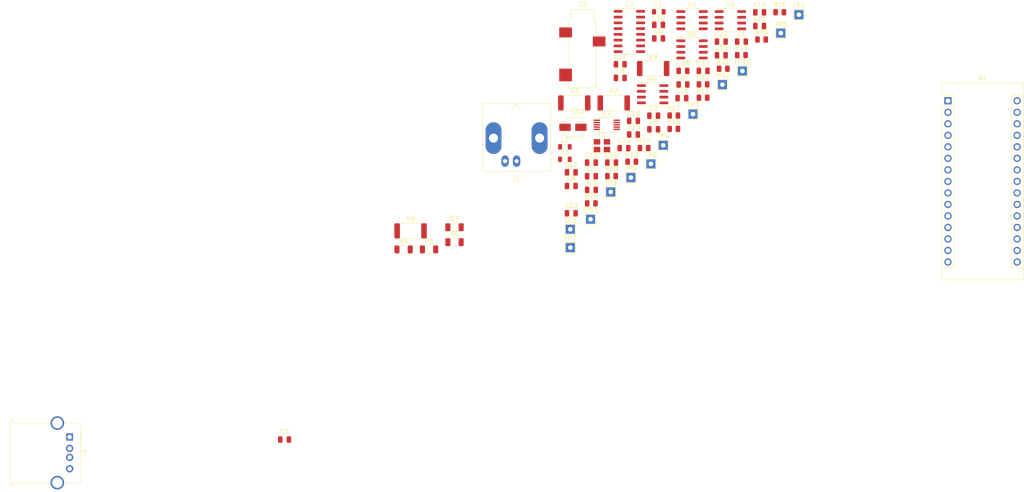
<source format=kicad_pcb>
(kicad_pcb (version 20211014) (generator pcbnew)
  (layers (0 "F.Cu" signal) (31 "B.Cu" signal) (34 "B.Paste" user) (35 "F.Paste" user) (36 "B.SilkS" user "B.Silkscreen") (37 "F.SilkS" user "F.Silkscreen") (38 "B.Mask" user) (39 "F.Mask" user) (44 "Edge.Cuts" user))
  (net 0 "")
  (net 4 "GND")
  (net 17 "+3V3")
  (net 23 "/SDA")
  (net 24 "/SCL")
  (net 27 "+5V")
  (net 30 "Net-(C1-Pad1)")
  (net 31 "Net-(C1-Pad2)")
  (net 32 "Net-(C2-Pad1)")
  (net 33 "Net-(C4-Pad2)")
  (net 34 "Filtered 5V")
  (net 35 "Net-(C9-Pad1)")
  (net 36 "Net-(C10-Pad2)")
  (net 37 "Net-(C11-Pad1)")
  (net 38 "Net-(C12-Pad2)")
  (net 39 "Net-(C16-Pad1)")
  (net 40 "Net-(C16-Pad2)")
  (net 41 "Net-(C17-Pad1)")
  (net 42 "Net-(C17-Pad2)")
  (net 43 "Net-(C19-Pad1)")
  (net 44 "Net-(C19-Pad2)")
  (net 45 "Net-(C20-Pad1)")
  (net 46 "Net-(C20-Pad2)")
  (net 47 "Net-(C22-Pad1)")
  (net 48 "Net-(C23-Pad2)")
  (net 49 "Net-(C26-Pad1)")
  (net 50 "Net-(C27-Pad1)")
  (net 54 "Net-(J3-PadR)")
  (net 55 "Net-(J3-PadT)")
  (net 56 "Net-(L3-Pad2)")
  (net 57 "Net-(R4-Pad2)")
  (net 58 "Net-(R6-Pad2)")
  (net 59 "Net-(R14-Pad1)")
  (net 60 "Net-(R15-Pad2)")
  (net 61 "Net-(U1-Pad2)")
  (net 62 "Net-(U1-Pad3)")
  (net 64 "Net-(U1-Pad9)")
  (net 65 "Net-(U1-Pad10)")
  (footprint "Capacitor_SMD:C_0805_2012Metric" (layer "F.Cu") (at 177.34 97.52)
    (fp_text reference "C17" (at 0 -1.68) (layer "F.SilkS"))
    (fp_text value "75p")
    (pad "1" smd roundrect (at -0.95 0) (size 1 1.45) (layers "F.Cu" "F.Paste" "F.Mask") (net 41 "Net-(C17-Pad1)"))
    (pad "2" smd roundrect (at 0.95 0) (size 1 1.45) (layers "F.Cu" "F.Paste" "F.Mask") (net 42 "Net-(C17-Pad2)"))
  )
  (footprint "Inductor_SMD:L_0805_2012Metric" (layer "F.Cu") (at 146.87 114.28)
    (fp_text reference "L2" (at 0 -1.55) (layer "F.SilkS"))
    (fp_text value "360n")
    (pad "1" smd roundrect (at -1.0625 0) (size 0.875 1.2) (layers "F.Cu" "F.Paste" "F.Mask") (net 32 "Net-(C2-Pad1)"))
    (pad "2" smd roundrect (at 1.0625 0) (size 0.875 1.2) (layers "F.Cu" "F.Paste" "F.Mask") (net 4 "GND"))
  )
  (footprint "TestPoint:TestPoint_THTPad_2.0x2.0mm_Drill1.0mm" (layer "F.Cu") (at 181.59 100.56)
    (fp_text reference "TP12" (at 0 -1.998) (layer "F.SilkS"))
    (fp_text value "TestPoint")
    (pad "1" thru_hole rect (at 0 0) (size 2 2) (drill 1) (layers *.Cu *.Mask) (net 50 "Net-(C27-Pad1)"))
  )
  (footprint "Resistor_SMD:R_0805_2012Metric" (layer "F.Cu") (at 181.77 97.06)
    (fp_text reference "R21" (at 0 -1.65) (layer "F.SilkS"))
    (fp_text value "100")
    (pad "1" smd roundrect (at -0.9125 0) (size 1.025 1.4) (layers "F.Cu" "F.Paste" "F.Mask") (roundrect_rratio 0.243902) (net 54 "Net-(J3-PadR)"))
    (pad "2" smd roundrect (at 0.9125 0) (size 1.025 1.4) (layers "F.Cu" "F.Paste" "F.Mask") (roundrect_rratio 0.243902) (net 50 "Net-(C27-Pad1)"))
  )
  (footprint "TestPoint:TestPoint_THTPad_2.0x2.0mm_Drill1.0mm" (layer "F.Cu") (at 175.1 107.07)
    (fp_text reference "TP2" (at 0 -1.998) (layer "F.SilkS"))
    (fp_text value "TestPoint")
    (pad "1" thru_hole rect (at 0 0) (size 2 2) (drill 1) (layers *.Cu *.Mask) (net 56 "Net-(L3-Pad2)"))
  )
  (footprint "TestPoint:TestPoint_THTPad_2.0x2.0mm_Drill1.0mm" (layer "F.Cu") (at 161.42 121.06)
    (fp_text reference "TP9" (at 0 -1.998) (layer "F.SilkS"))
    (fp_text value "TestPoint")
    (pad "1" thru_hole rect (at 0 0) (size 2 2) (drill 1) (layers *.Cu *.Mask) (net 43 "Net-(C19-Pad1)"))
  )
  (footprint "Module:Arduino_Nano" (layer "F.Cu") (at 231.29 104.13)
    (fp_text reference "A1" (at 7.62 -5.08) (layer "F.SilkS"))
    (fp_text value "Arduino_Nano_v3.x")
    (pad "1" thru_hole rect (at 0 0) (size 1.6 1.6) (drill 1) (layers *.Cu *.Mask))
    (pad "2" thru_hole oval (at 0 2.54) (size 1.6 1.6) (drill 1) (layers *.Cu *.Mask))
    (pad "3" thru_hole oval (at 0 5.08) (size 1.6 1.6) (drill 1) (layers *.Cu *.Mask))
    (pad "4" thru_hole oval (at 0 7.62) (size 1.6 1.6) (drill 1) (layers *.Cu *.Mask) (net 4 "GND"))
    (pad "5" thru_hole oval (at 0 10.16) (size 1.6 1.6) (drill 1) (layers *.Cu *.Mask))
    (pad "6" thru_hole oval (at 0 12.7) (size 1.6 1.6) (drill 1) (layers *.Cu *.Mask))
    (pad "7" thru_hole oval (at 0 15.24) (size 1.6 1.6) (drill 1) (layers *.Cu *.Mask))
    (pad "8" thru_hole oval (at 0 17.78) (size 1.6 1.6) (drill 1) (layers *.Cu *.Mask))
    (pad "9" thru_hole oval (at 0 20.32) (size 1.6 1.6) (drill 1) (layers *.Cu *.Mask))
    (pad "10" thru_hole oval (at 0 22.86) (size 1.6 1.6) (drill 1) (layers *.Cu *.Mask))
    (pad "11" thru_hole oval (at 0 25.4) (size 1.6 1.6) (drill 1) (layers *.Cu *.Mask))
    (pad "12" thru_hole oval (at 0 27.94) (size 1.6 1.6) (drill 1) (layers *.Cu *.Mask))
    (pad "13" thru_hole oval (at 0 30.48) (size 1.6 1.6) (drill 1) (layers *.Cu *.Mask))
    (pad "14" thru_hole oval (at 0 33.02) (size 1.6 1.6) (drill 1) (layers *.Cu *.Mask))
    (pad "15" thru_hole oval (at 0 35.56) (size 1.6 1.6) (drill 1) (layers *.Cu *.Mask))
    (pad "16" thru_hole oval (at 15.24 35.56) (size 1.6 1.6) (drill 1) (layers *.Cu *.Mask))
    (pad "17" thru_hole oval (at 15.24 33.02) (size 1.6 1.6) (drill 1) (layers *.Cu *.Mask) (net 17 "+3V3"))
    (pad "18" thru_hole oval (at 15.24 30.48) (size 1.6 1.6) (drill 1) (layers *.Cu *.Mask))
    (pad "19" thru_hole oval (at 15.24 27.94) (size 1.6 1.6) (drill 1) (layers *.Cu *.Mask))
    (pad "20" thru_hole oval (at 15.24 25.4) (size 1.6 1.6) (drill 1) (layers *.Cu *.Mask))
    (pad "21" thru_hole oval (at 15.24 22.86) (size 1.6 1.6) (drill 1) (layers *.Cu *.Mask))
    (pad "22" thru_hole oval (at 15.24 20.32) (size 1.6 1.6) (drill 1) (layers *.Cu *.Mask))
    (pad "23" thru_hole oval (at 15.24 17.78) (size 1.6 1.6) (drill 1) (layers *.Cu *.Mask) (net 23 "/SDA"))
    (pad "24" thru_hole oval (at 15.24 15.24) (size 1.6 1.6) (drill 1) (layers *.Cu *.Mask) (net 24 "/SCL"))
    (pad "25" thru_hole oval (at 15.24 12.7) (size 1.6 1.6) (drill 1) (layers *.Cu *.Mask))
    (pad "26" thru_hole oval (at 15.24 10.16) (size 1.6 1.6) (drill 1) (layers *.Cu *.Mask))
    (pad "27" thru_hole oval (at 15.24 7.62) (size 1.6 1.6) (drill 1) (layers *.Cu *.Mask) (net 27 "+5V"))
    (pad "28" thru_hole oval (at 15.24 5.08) (size 1.6 1.6) (drill 1) (layers *.Cu *.Mask))
    (pad "29" thru_hole oval (at 15.24 2.54) (size 1.6 1.6) (drill 1) (layers *.Cu *.Mask) (net 4 "GND"))
    (pad "30" thru_hole oval (at 15.24 0) (size 1.6 1.6) (drill 1) (layers *.Cu *.Mask))
  )
  (footprint "Capacitor_SMD:C_0805_2012Metric" (layer "F.Cu") (at 157.17 117.76)
    (fp_text reference "C20" (at 0 -1.68) (layer "F.SilkS"))
    (fp_text value "100p")
    (pad "1" smd roundrect (at -0.95 0) (size 1 1.45) (layers "F.Cu" "F.Paste" "F.Mask") (net 45 "Net-(C20-Pad1)"))
    (pad "2" smd roundrect (at 0.95 0) (size 1 1.45) (layers "F.Cu" "F.Paste" "F.Mask") (net 46 "Net-(C20-Pad2)"))
  )
  (footprint "lmao:CAP_EEEFK1C100R" (layer "F.Cu") (at 148.645 109.98)
    (fp_text reference "C13" (at 1.125 -3.535) (layer "F.SilkS"))
    (fp_text value "EEEFK1C100R")
    (pad "1" smd rect locked (at -1.75 0) (size 2.5 1.6) (layers "F.Cu" "F.Paste" "F.Mask") (net 34 "Filtered 5V"))
    (pad "2" smd rect locked (at 1.75 0) (size 2.5 1.6) (layers "F.Cu" "F.Paste" "F.Mask") (net 4 "GND"))
  )
  (footprint "Capacitor_SMD:C_0805_2012Metric" (layer "F.Cu") (at 172.89 100.53)
    (fp_text reference "C27" (at 0 -1.68) (layer "F.SilkS"))
    (fp_text value "10u")
    (pad "1" smd roundrect (at -0.95 0) (size 1 1.45) (layers "F.Cu" "F.Paste" "F.Mask") (net 50 "Net-(C27-Pad1)"))
    (pad "2" smd roundrect (at 0.95 0) (size 1 1.45) (layers "F.Cu" "F.Paste" "F.Mask") (net 46 "Net-(C20-Pad2)"))
  )
  (footprint "Resistor_SMD:R_0805_2012Metric" (layer "F.Cu") (at 161.6 117.56)
    (fp_text reference "R13" (at 0 -1.65) (layer "F.SilkS"))
    (fp_text value "52.3k")
    (pad "1" smd roundrect (at -0.9125 0) (size 1.025 1.4) (layers "F.Cu" "F.Paste" "F.Mask") (roundrect_rratio 0.243902) (net 48 "Net-(C23-Pad2)"))
    (pad "2" smd roundrect (at 0.9125 0) (size 1.025 1.4) (layers "F.Cu" "F.Paste" "F.Mask") (roundrect_rratio 0.243902) (net 45 "Net-(C20-Pad1)"))
  )
  (footprint "TestPoint:TestPoint_THTPad_2.0x2.0mm_Drill1.0mm" (layer "F.Cu") (at 148.07 132.47)
    (fp_text reference "TP5" (at 0 -1.998) (layer "F.SilkS"))
    (fp_text value "TestPoint")
    (pad "1" thru_hole rect (at 0 0) (size 2 2) (drill 1) (layers *.Cu *.Mask) (net 37 "Net-(C11-Pad1)"))
  )
  (footprint "Capacitor_SMD:C_0805_2012Metric" (layer "F.Cu") (at 166.44 107.41)
    (fp_text reference "C2" (at 0 -1.68) (layer "F.SilkS"))
    (fp_text value "560p")
    (pad "1" smd roundrect (at -0.95 0) (size 1 1.45) (layers "F.Cu" "F.Paste" "F.Mask") (net 32 "Net-(C2-Pad1)"))
    (pad "2" smd roundrect (at 0.95 0) (size 1 1.45) (layers "F.Cu" "F.Paste" "F.Mask") (net 4 "GND"))
  )
  (footprint "Capacitor_SMD:C_0805_2012Metric" (layer "F.Cu") (at 189.79 84.62)
    (fp_text reference "C14" (at 0 -1.68) (layer "F.SilkS"))
    (fp_text value "0.1u")
    (pad "1" smd roundrect (at -0.95 0) (size 1 1.45) (layers "F.Cu" "F.Paste" "F.Mask") (net 4 "GND"))
    (pad "2" smd roundrect (at 0.95 0) (size 1 1.45) (layers "F.Cu" "F.Paste" "F.Mask") (net 34 "Filtered 5V"))
  )
  (footprint "Resistor_SMD:R_1206_3216Metric" (layer "F.Cu") (at 116.93 136.92)
    (fp_text reference "R5" (at 0 -1.82) (layer "F.SilkS"))
    (fp_text value "200")
    (pad "1" smd roundrect (at -1.4625 0) (size 1.125 1.75) (layers "F.Cu" "F.Paste" "F.Mask") (roundrect_rratio 0.222222) (net 36 "Net-(C10-Pad2)"))
    (pad "2" smd roundrect (at 1.4625 0) (size 1.125 1.75) (layers "F.Cu" "F.Paste" "F.Mask") (roundrect_rratio 0.222222) (net 40 "Net-(C16-Pad2)"))
  )
  (footprint "Capacitor_SMD:C_0805_2012Metric" (layer "F.Cu") (at 172.89 97.52)
    (fp_text reference "C18" (at 0 -1.68) (layer "F.SilkS"))
    (fp_text value "0.1u")
    (pad "1" smd roundrect (at -0.95 0) (size 1 1.45) (layers "F.Cu" "F.Paste" "F.Mask") (net 4 "GND"))
    (pad "2" smd roundrect (at 0.95 0) (size 1 1.45) (layers "F.Cu" "F.Paste" "F.Mask") (net 34 "Filtered 5V"))
  )
  (footprint "TestPoint:TestPoint_THTPad_2.0x2.0mm_Drill1.0mm" (layer "F.Cu") (at 198.45 85.14)
    (fp_text reference "TP1" (at 0 -1.998) (layer "F.SilkS"))
    (fp_text value "TestPoint")
    (pad "1" thru_hole rect (at 0 0) (size 2 2) (drill 1) (layers *.Cu *.Mask) (net 31 "Net-(C1-Pad2)"))
  )
  (footprint "Capacitor_SMD:C_0805_2012Metric" (layer "F.Cu") (at 159.07 96.07)
    (fp_text reference "C11" (at 0 -1.68) (layer "F.SilkS"))
    (fp_text value "5n")
    (pad "1" smd roundrect (at -0.95 0) (size 1 1.45) (layers "F.Cu" "F.Paste" "F.Mask") (net 37 "Net-(C11-Pad1)"))
    (pad "2" smd roundrect (at 0.95 0) (size 1 1.45) (layers "F.Cu" "F.Paste" "F.Mask") (net 4 "GND"))
  )
  (footprint "TestPoint:TestPoint_THTPad_2.0x2.0mm_Drill1.0mm" (layer "F.Cu") (at 186 97.55)
    (fp_text reference "TP10" (at 0 -1.998) (layer "F.SilkS"))
    (fp_text value "TestPoint")
    (pad "1" thru_hole rect (at 0 0) (size 2 2) (drill 1) (layers *.Cu *.Mask) (net 45 "Net-(C20-Pad1)"))
  )
  (footprint "Capacitor_SMD:C_0805_2012Metric" (layer "F.Cu") (at 148.27 128.94)
    (fp_text reference "C23" (at 0 -1.68) (layer "F.SilkS"))
    (fp_text value "100p")
    (pad "1" smd roundrect (at -0.95 0) (size 1 1.45) (layers "F.Cu" "F.Paste" "F.Mask") (net 4 "GND"))
    (pad "2" smd roundrect (at 0.95 0) (size 1 1.45) (layers "F.Cu" "F.Paste" "F.Mask") (net 48 "Net-(C23-Pad2)"))
  )
  (footprint "Connector_Coaxial:BNC_Amphenol_B6252HB-NPP3G-50_Horizontal" (layer "F.Cu") (at 136.22 117.44)
    (fp_text reference "J1" (at 0 4) (layer "F.SilkS"))
    (fp_text value "Conn_Coaxial")
    (pad "1" thru_hole oval (at 0 0) (size 1.6 2.5) (drill 0.89) (layers *.Cu *.Mask) (net 4 "GND"))
    (pad "2" thru_hole oval (at -2.54 0) (size 1.6 2.5) (drill 0.89) (layers *.Cu *.Mask) (net 31 "Net-(C1-Pad2)"))
    (pad "2" thru_hole oval (at -5.08 -5.08) (size 3.5 7) (drill 2.01) (layers *.Cu *.Mask) (net 31 "Net-(C1-Pad2)"))
    (pad "2" thru_hole oval (at 5.08 -5.08) (size 3.5 7) (drill 2.01) (layers *.Cu *.Mask) (net 31 "Net-(C1-Pad2)"))
  )
  (footprint "Resistor_SMD:R_0805_2012Metric" (layer "F.Cu") (at 164.32 114.55)
    (fp_text reference "R14" (at 0 -1.65) (layer "F.SilkS"))
    (fp_text value "2.49k")
    (pad "1" smd roundrect (at -0.9125 0) (size 1.025 1.4) (layers "F.Cu" "F.Paste" "F.Mask") (roundrect_rratio 0.243902) (net 59 "Net-(R14-Pad1)"))
    (pad "2" smd roundrect (at 0.9125 0) (size 1.025 1.4) (layers "F.Cu" "F.Paste" "F.Mask") (roundrect_rratio 0.243902) (net 4 "GND"))
  )
  (footprint "TestPoint:TestPoint_THTPad_2.0x2.0mm_Drill1.0mm" (layer "F.Cu") (at 152.52 130.26)
    (fp_text reference "TP11" (at 0 -1.998) (layer "F.SilkS"))
    (fp_text value "TestPoint")
    (pad "1" thru_hole rect (at 0 0) (size 2 2) (drill 1) (layers *.Cu *.Mask) (net 49 "Net-(C26-Pad1)"))
  )
  (footprint "Resistor_SMD:R_0805_2012Metric" (layer "F.Cu") (at 190.22 90.61)
    (fp_text reference "R10" (at 0 -1.65) (layer "F.SilkS"))
    (fp_text value "4.64k")
    (pad "1" smd roundrect (at -0.9125 0) (size 1.025 1.4) (layers "F.Cu" "F.Paste" "F.Mask") (roundrect_rratio 0.243902) (net 39 "Net-(C16-Pad1)"))
    (pad "2" smd roundrect (at 0.9125 0) (size 1.025 1.4) (layers "F.Cu" "F.Paste" "F.Mask") (roundrect_rratio 0.243902) (net 43 "Net-(C19-Pad1)"))
  )
  (footprint "Capacitor_SMD:C_0805_2012Metric" (layer "F.Cu") (at 161.99 111.57)
    (fp_text reference "C25" (at 0 -1.68) (layer "F.SilkS"))
    (fp_text value "0.1u")
    (pad "1" smd roundrect (at -0.95 0) (size 1 1.45) (layers "F.Cu" "F.Paste" "F.Mask") (net 4 "GND"))
    (pad "2" smd roundrect (at 0.95 0) (size 1 1.45) (layers "F.Cu" "F.Paste" "F.Mask") (net 34 "Filtered 5V"))
  )
  (footprint "Inductor_SMD:L_0805_2012Metric" (layer "F.Cu") (at 146.87 117.03)
    (fp_text reference "L3" (at 0 -1.55) (layer "F.SilkS"))
    (fp_text value "750n")
    (pad "1" smd roundrect (at -1.0625 0) (size 0.875 1.2) (layers "F.Cu" "F.Paste" "F.Mask") (net 33 "Net-(C4-Pad2)"))
    (pad "2" smd roundrect (at 1.0625 0) (size 0.875 1.2) (layers "F.Cu" "F.Paste" "F.Mask") (net 56 "Net-(L3-Pad2)"))
  )
  (footprint "Resistor_SMD:R_0805_2012Metric" (layer "F.Cu") (at 170.87 107.38)
    (fp_text reference "R17" (at 0 -1.65) (layer "F.SilkS"))
    (fp_text value "17.4k")
    (pad "1" smd roundrect (at -0.9125 0) (size 1.025 1.4) (layers "F.Cu" "F.Paste" "F.Mask") (roundrect_rratio 0.243902) (net 46 "Net-(C20-Pad2)"))
    (pad "2" smd roundrect (at 0.9125 0) (size 1.025 1.4) (layers "F.Cu" "F.Paste" "F.Mask") (roundrect_rratio 0.243902) (net 60 "Net-(R15-Pad2)"))
  )
  (footprint "Package_SO:SOIC-8_3.9x4.9mm_P1.27mm" (layer "F.Cu") (at 174.89 92.79)
    (fp_text reference "U6" (at 0 -3.4) (layer "F.SilkS"))
    (fp_text value "LM4562MA")
    (pad "1" smd roundrect (at -2.475 -1.905) (size 1.95 0.6) (layers "F.Cu" "F.Paste" "F.Mask") (net 48 "Net-(C23-Pad2)"))
    (pad "2" smd roundrect (at -2.475 -0.635) (size 1.95 0.6) (layers "F.Cu" "F.Paste" "F.Mask") (net 60 "Net-(R15-Pad2)"))
    (pad "3" smd roundrect (at -2.475 0.635) (size 1.95 0.6) (layers "F.Cu" "F.Paste" "F.Mask") (net 46 "Net-(C20-Pad2)"))
    (pad "4" smd roundrect (at -2.475 1.905) (size 1.95 0.6) (layers "F.Cu" "F.Paste" "F.Mask") (net 34 "Filtered 5V"))
    (pad "5" smd roundrect (at 2.475 1.905) (size 1.95 0.6) (layers "F.Cu" "F.Paste" "F.Mask") (net 4 "GND"))
    (pad "6" smd roundrect (at 2.475 0.635) (size 1.95 0.6) (layers "F.Cu" "F.Paste" "F.Mask"))
    (pad "7" smd roundrect (at 2.475 -0.635) (size 1.95 0.6) (layers "F.Cu" "F.Paste" "F.Mask"))
    (pad "8" smd roundrect (at 2.475 -1.905) (size 1.95 0.6) (layers "F.Cu" "F.Paste" "F.Mask"))
  )
  (footprint "Crystal:Crystal_SMD_3225-4Pin_3.2x2.5mm" (layer "F.Cu") (at 155.04 114.03)
    (fp_text reference "Y1" (at 0 -2.45) (layer "F.SilkS"))
    (fp_text value "Crystal_GND24_Small")
    (pad "1" smd rect (at -1.1 0.85) (size 1.4 1.2) (layers "F.Cu" "F.Paste" "F.Mask") (net 62 "Net-(U1-Pad3)"))
    (pad "2" smd rect (at 1.1 0.85) (size 1.4 1.2) (layers "F.Cu" "F.Paste" "F.Mask") (net 4 "GND"))
    (pad "3" smd rect (at 1.1 -0.85) (size 1.4 1.2) (layers "F.Cu" "F.Paste" "F.Mask") (net 61 "Net-(U1-Pad2)"))
    (pad "4" smd rect (at -1.1 -0.85) (size 1.4 1.2) (layers "F.Cu" "F.Paste" "F.Mask") (net 4 "GND"))
  )
  (footprint "Package_SO:MSOP-10_3x3mm_P0.5mm" (layer "F.Cu") (at 156.09 109.43)
    (fp_text reference "U1" (at 0 -2.6) (layer "F.SilkS"))
    (fp_text value "Si5351A-B-GT")
    (pad "1" smd rect (at -2.2 -1) (size 1.4 0.3) (layers "F.Cu" "F.Paste" "F.Mask") (net 17 "+3V3"))
    (pad "2" smd rect (at -2.2 -0.5) (size 1.4 0.3) (layers "F.Cu" "F.Paste" "F.Mask") (net 61 "Net-(U1-Pad2)"))
    (pad "3" smd rect (at -2.2 0) (size 1.4 0.3) (layers "F.Cu" "F.Paste" "F.Mask") (net 62 "Net-(U1-Pad3)"))
    (pad "4" smd rect (at -2.2 0.5) (size 1.4 0.3) (layers "F.Cu" "F.Paste" "F.Mask") (net 24 "/SCL"))
    (pad "5" smd rect (at -2.2 1) (size 1.4 0.3) (layers "F.Cu" "F.Paste" "F.Mask") (net 23 "/SDA"))
    (pad "6" smd rect (at 2.2 1) (size 1.4 0.3) (layers "F.Cu" "F.Paste" "F.Mask"))
    (pad "7" smd rect (at 2.2 0.5) (size 1.4 0.3) (layers "F.Cu" "F.Paste" "F.Mask") (net 17 "+3V3"))
    (pad "8" smd rect (at 2.2 0) (size 1.4 0.3) (layers "F.Cu" "F.Paste" "F.Mask") (net 4 "GND"))
    (pad "9" smd rect (at 2.2 -0.5) (size 1.4 0.3) (layers "F.Cu" "F.Paste" "F.Mask") (net 64 "Net-(U1-Pad9)"))
    (pad "10" smd rect (at 2.2 -1) (size 1.4 0.3) (layers "F.Cu" "F.Paste" "F.Mask") (net 65 "Net-(U1-Pad10)"))
  )
  (footprint "Package_SO:SOIC-8_3.9x4.9mm_P1.27mm" (layer "F.Cu") (at 183.34 86.34)
    (fp_text reference "U3" (at 0 -3.4) (layer "F.SilkS"))
    (fp_text value "LT6231")
    (pad "1" smd roundrect (at -2.475 -1.905) (size 1.95 0.6) (layers "F.Cu" "F.Paste" "F.Mask") (net 57 "Net-(R4-Pad2)"))
    (pad "2" smd roundrect (at -2.475 -0.635) (size 1.95 0.6) (layers "F.Cu" "F.Paste" "F.Mask") (net 40 "Net-(C16-Pad2)"))
    (pad "3" smd roundrect (at -2.475 0.635) (size 1.95 0.6) (layers "F.Cu" "F.Paste" "F.Mask") (net 39 "Net-(C16-Pad1)"))
    (pad "4" smd roundrect (at -2.475 1.905) (size 1.95 0.6) (layers "F.Cu" "F.Paste" "F.Mask") (net 34 "Filtered 5V"))
    (pad "5" smd roundrect (at 2.475 1.905) (size 1.95 0.6) (layers "F.Cu" "F.Paste" "F.Mask") (net 4 "GND"))
    (pad "6" smd roundrect (at 2.475 0.635) (size 1.95 0.6) (layers "F.Cu" "F.Paste" "F.Mask"))
    (pad "7" smd roundrect (at 2.475 -0.635) (size 1.95 0.6) (layers "F.Cu" "F.Paste" "F.Mask"))
    (pad "8" smd roundrect (at 2.475 -1.905) (size 1.95 0.6) (layers "F.Cu" "F.Paste" "F.Mask"))
  )
  (footprint "Capacitor_SMD:C_0805_2012Metric" (layer "F.Cu") (at 152.72 120.77)
    (fp_text reference "C3" (at 0 -1.68) (layer "F.SilkS"))
    (fp_text value "0.1u")
    (pad "1" smd roundrect (at -0.95 0) (size 1 1.45) (layers "F.Cu" "F.Paste" "F.Mask") (net 4 "GND"))
    (pad "2" smd roundrect (at 0.95 0) (size 1 1.45) (layers "F.Cu" "F.Paste" "F.Mask") (net 17 "+3V3"))
  )
  (footprint "Capacitor_SMD:C_0805_2012Metric" (layer "F.Cu") (at 148.27 119.91)
    (fp_text reference "C12" (at 0 -1.68) (layer "F.SilkS"))
    (fp_text value "5n")
    (pad "1" smd roundrect (at -0.95 0) (size 1 1.45) (layers "F.Cu" "F.Paste" "F.Mask") (net 4 "GND"))
    (pad "2" smd roundrect (at 0.95 0) (size 1 1.45) (layers "F.Cu" "F.Paste" "F.Mask") (net 38 "Net-(C12-Pad2)"))
  )
  (footprint "Capacitor_SMD:C_0805_2012Metric" (layer "F.Cu") (at 189.79 87.63)
    (fp_text reference "C21" (at 0 -1.68) (layer "F.SilkS"))
    (fp_text value "0.1u")
    (pad "1" smd roundrect (at -0.95 0) (size 1 1.45) (layers "F.Cu" "F.Paste" "F.Mask") (net 4 "GND"))
    (pad "2" smd roundrect (at 0.95 0) (size 1 1.45) (layers "F.Cu" "F.Paste" "F.Mask") (net 17 "+3V3"))
  )
  (footprint "Resistor_SMD:R_0805_2012Metric" (layer "F.Cu") (at 185.77 94.05)
    (fp_text reference "R19" (at 0 -1.65) (layer "F.SilkS"))
    (fp_text value "4.7k")
    (pad "1" smd roundrect (at -0.9125 0) (size 1.025 1.4) (layers "F.Cu" "F.Paste" "F.Mask") (roundrect_rratio 0.243902) (net 17 "+3V3"))
    (pad "2" smd roundrect (at 0.9125 0) (size 1.025 1.4) (layers "F.Cu" "F.Paste" "F.Mask") (roundrect_rratio 0.243902) (net 24 "/SCL"))
  )
  (footprint "Resistor_SMD:R_0805_2012Metric" (layer "F.Cu") (at 157.15 120.74)
    (fp_text reference "R18" (at 0 -1.65) (layer "F.SilkS"))
    (fp_text value "4.7k")
    (pad "1" smd roundrect (at -0.9125 0) (size 1.025 1.4) (layers "F.Cu" "F.Paste" "F.Mask") (roundrect_rratio 0.243902) (net 23 "/SDA"))
    (pad "2" smd roundrect (at 0.9125 0) (size 1.025 1.4) (layers "F.Cu" "F.Paste" "F.Mask") (roundrect_rratio 0.243902) (net 17 "+3V3"))
  )
  (footprint "Capacitor_SMD:C_0805_2012Metric" (layer "F.Cu") (at 181.34 91.07)
    (fp_text reference "C22" (at 0 -1.68) (layer "F.SilkS"))
    (fp_text value "100p")
    (pad "1" smd roundrect (at -0.95 0) (size 1 1.45) (layers "F.Cu" "F.Paste" "F.Mask") (net 47 "Net-(C22-Pad1)"))
    (pad "2" smd roundrect (at 0.95 0) (size 1 1.45) (layers "F.Cu" "F.Paste" "F.Mask") (net 4 "GND"))
  )
  (footprint "Resistor_SMD:R_0805_2012Metric" (layer "F.Cu") (at 170.87 110.33)
    (fp_text reference "R15" (at 0 -1.65) (layer "F.SilkS"))
    (fp_text value "2.49k")
    (pad "1" smd roundrect (at -0.9125 0) (size 1.025 1.4) (layers "F.Cu" "F.Paste" "F.Mask") (roundrect_rratio 0.243902) (net 4 "GND"))
    (pad "2" smd roundrect (at 0.9125 0) (size 1.025 1.4) (layers "F.Cu" "F.Paste" "F.Mask") (roundrect_rratio 0.243902) (net 60 "Net-(R15-Pad2)"))
  )
  (footprint "Resistor_SMD:R_0805_2012Metric" (layer "F.Cu") (at 177.32 100.5)
    (fp_text reference "R12" (at 0 -1.65) (layer "F.SilkS"))
    (fp_text value "52.3k")
    (pad "1" smd roundrect (at -0.9125 0) (size 1.025 1.4) (layers "F.Cu" "F.Paste" "F.Mask") (roundrect_rratio 0.243902) (net 47 "Net-(C22-Pad1)"))
    (pad "2" smd roundrect (at 0.9125 0) (size 1.025 1.4) (layers "F.Cu" "F.Paste" "F.Mask") (roundrect_rratio 0.243902) (net 43 "Net-(C19-Pad1)"))
  )
  (footprint "TestPoint:TestPoint_THTPad_2.0x2.0mm_Drill1.0mm" (layer "F.Cu") (at 168.55 113.95)
    (fp_text reference "TP4" (at 0 -1.998) (layer "F.SilkS"))
    (fp_text value "TestPoint")
    (pad "1" thru_hole rect (at 0 0) (size 2 2) (drill 1) (layers *.Cu *.Mask) (net 36 "Net-(C10-Pad2)"))
  )
  (footprint "TestPoint:TestPoint_THTPad_2.0x2.0mm_Drill1.0mm" (layer "F.Cu") (at 194.45 89.19)
    (fp_text reference "TP8" (at 0 -1.998) (layer "F.SilkS"))
    (fp_text value "TestPoint")
    (pad "1" thru_hole rect (at 0 0) (size 2 2) (drill 1) (layers *.Cu *.Mask) (net 41 "Net-(C17-Pad1)"))
  )
  (footprint "Resistor_SMD:R_2512_6332Metric" (layer "F.Cu") (at 148.94 104.61)
    (fp_text reference "R3" (at 0 -2.62) (layer "F.SilkS"))
    (fp_text value "10k")
    (pad "1" smd roundrect (at -2.9625 0) (size 1.225 3.35) (layers "F.Cu" "F.Paste" "F.Mask") (roundrect_rratio 0.204082) (net 56 "Net-(L3-Pad2)"))
    (pad "2" smd roundrect (at 2.9625 0) (size 1.225 3.35) (layers "F.Cu" "F.Paste" "F.Mask") (roundrect_rratio 0.204082) (net 4 "GND"))
  )
  (footprint "Capacitor_SMD:C_0805_2012Metric" (layer "F.Cu") (at 152.72 123.78)
    (fp_text reference "C5" (at 0 -1.68) (layer "F.SilkS"))
    (fp_text value "0.1u")
    (pad "1" smd roundrect (at -0.95 0) (size 1 1.45) (layers "F.Cu" "F.Paste" "F.Mask") (net 4 "GND"))
    (pad "2" smd roundrect (at 0.95 0) (size 1 1.45) (layers "F.Cu" "F.Paste" "F.Mask") (net 34 "Filtered 5V"))
  )
  (footprint "TestPoint:TestPoint_THTPad_2.0x2.0mm_Drill1.0mm" (layer "F.Cu") (at 165.83 118.05)
    (fp_text reference "TP6" (at 0 -1.998) (layer "F.SilkS"))
    (fp_text value "TestPoint")
    (pad "1" thru_hole rect (at 0 0) (size 2 2) (drill 1) (layers *.Cu *.Mask) (net 38 "Net-(C12-Pad2)"))
  )
  (footprint "Capacitor_SMD:C_0805_2012Metric" (layer "F.Cu") (at 166.44 110.42)
    (fp_text reference "C9" (at 0 -1.68) (layer "F.SilkS"))
    (fp_text value "5n")
    (pad "1" smd roundrect (at -0.95 0) (size 1 1.45) (layers "F.Cu" "F.Paste" "F.Mask") (net 35 "Net-(C9-Pad1)"))
    (pad "2" smd roundrect (at 0.95 0) (size 1 1.45) (layers "F.Cu" "F.Paste" "F.Mask") (net 4 "GND"))
  )
  (footprint "Capacitor_SMD:C_0805_2012Metric" (layer "F.Cu") (at 159.07 99.08)
    (fp_text reference "C4" (at 0 -1.68) (layer "F.SilkS"))
    (fp_text value "270p")
    (pad "1" smd roundrect (at -0.95 0) (size 1 1.45) (layers "F.Cu" "F.Paste" "F.Mask") (net 32 "Net-(C2-Pad1)"))
    (pad "2" smd roundrect (at 0.95 0) (size 1 1.45) (layers "F.Cu" "F.Paste" "F.Mask") (net 33 "Net-(C4-Pad2)"))
  )
  (footprint "Resistor_SMD:R_1206_3216Metric" (layer "F.Cu") (at 122.54 135.32)
    (fp_text reference "R6" (at 0 -1.82) (layer "F.SilkS"))
    (fp_text value "200")
    (pad "1" smd roundrect (at -1.4625 0) (size 1.125 1.75) (layers "F.Cu" "F.Paste" "F.Mask") (roundrect_rratio 0.222222) (net 37 "Net-(C11-Pad1)"))
    (pad "2" smd roundrect (at 1.4625 0) (size 1.125 1.75) (layers "F.Cu" "F.Paste" "F.Mask") (roundrect_rratio 0.222222) (net 58 "Net-(R6-Pad2)"))
  )
  (footprint "Capacitor_SMD:C_0805_2012Metric" (layer "F.Cu") (at 152.72 117.76)
    (fp_text reference "C16" (at 0 -1.68) (layer "F.SilkS"))
    (fp_text value "75p")
    (pad "1" smd roundrect (at -0.95 0) (size 1 1.45) (layers "F.Cu" "F.Paste" "F.Mask") (net 39 "Net-(C16-Pad1)"))
    (pad "2" smd roundrect (at 0.95 0) (size 1 1.45) (layers "F.Cu" "F.Paste" "F.Mask") (net 40 "Net-(C16-Pad2)"))
  )
  (footprint "Resistor_SMD:R_2512_6332Metric" (layer "F.Cu") (at 166.32 97.01)
    (fp_text reference "R9" (at 0 -2.62) (layer "F.SilkS"))
    (fp_text value "22k")
    (pad "1" smd roundrect (at -2.9625 0) (size 1.225 3.35) (layers "F.Cu" "F.Paste" "F.Mask") (roundrect_rratio 0.204082) (net 42 "Net-(C17-Pad2)"))
    (pad "2" smd roundrect (at 2.9625 0) (size 1.225 3.35) (layers "F.Cu" "F.Paste" "F.Mask") (roundrect_rratio 0.204082) (net 41 "Net-(C17-Pad1)"))
  )
  (footprint "Connector_Audio:Jack_3.5mm_CUI_SJ-3523-SMT_Horizontal" (layer "F.Cu") (at 150.72 92.64)
    (fp_text reference "J3" (at 0 -9.9) (layer "F.SilkS"))
    (fp_text value "AudioJack3")
    (pad "" np_thru_hole circle (at 0 -2.5) (size 1.7 1.7) (drill 1.7) (layers *.Cu *.Mask))
    (pad "" np_thru_hole circle (at 0 4.5) (size 1.7 1.7) (drill 1.7) (layers *.Cu *.Mask))
    (pad "R" smd rect (at 3.7 -1.6) (size 2.8 2.2) (layers "F.Cu" "F.Paste" "F.Mask") (net 54 "Net-(J3-PadR)"))
    (pad "S" smd rect (at -3.7 -3.6) (size 2.8 2.2) (layers "F.Cu" "F.Paste" "F.Mask") (net 4 "GND"))
    (pad "T" smd rect (at -3.7 5.8) (size 2.8 2.8) (layers "F.Cu" "F.Paste" "F.Mask") (net 55 "Net-(J3-PadT)"))
  )
  (footprint "Capacitor_SMD:C_0805_2012Metric" (layer "F.Cu") (at 148.27 122.92)
    (fp_text reference "C8" (at 0 -1.68) (layer "F.SilkS"))
    (fp_text value "100n")
    (pad "1" smd roundrect (at -0.95 0) (size 1 1.45) (layers "F.Cu" "F.Paste" "F.Mask") (net 34 "Filtered 5V"))
    (pad "2" smd roundrect (at 0.95 0) (size 1 1.45) (layers "F.Cu" "F.Paste" "F.Mask") (net 4 "GND"))
  )
  (footprint "Connector_USB:USB_A_Molex_67643_Horizontal" (layer "F.Cu") (at 37.72 178.3 -90)
    (fp_text reference "J2" (at 3.5 -3.19 90) (layer "F.SilkS"))
    (fp_text value "USB_A")
    (pad "1" thru_hole rect (at 0 0 270) (size 1.6 1.5) (drill 0.95) (layers *.Cu *.Mask) (net 34 "Filtered 5V"))
    (pad "2" thru_hole circle (at 2.5 0 270) (size 1.6 1.6) (drill 0.95) (layers *.Cu *.Mask))
    (pad "3" thru_hole circle (at 4.5 0 270) (size 1.6 1.6) (drill 0.95) (layers *.Cu *.Mask))
    (pad "4" thru_hole circle (at 7 0 270) (size 1.6 1.6) (drill 0.95) (layers *.Cu *.Mask) (net 4 "GND"))
    (pad "5" thru_hole circle (at 10.07 2.71 270) (size 3 3) (drill 2.3) (layers *.Cu *.Mask))
    (pad "5" thru_hole circle (at -3.07 2.71 270) (size 3 3) (drill 2.3) (layers *.Cu *.Mask))
  )
  (footprint "TestPoint:TestPoint_THTPad_2.0x2.0mm_Drill1.0mm" (layer "F.Cu") (at 148.07 136.52)
    (fp_text reference "TP7" (at 0 -1.998) (layer "F.SilkS"))
    (fp_text value "TestPoint")
    (pad "1" thru_hole rect (at 0 0) (size 2 2) (drill 1) (layers *.Cu *.Mask) (net 39 "Net-(C16-Pad1)"))
  )
  (footprint "Resistor_SMD:R_2512_6332Metric" (layer "F.Cu") (at 112.86 132.83)
    (fp_text reference "R8" (at 0 -2.62) (layer "F.SilkS"))
    (fp_text value "22k")
    (pad "1" smd roundrect (at -2.9625 0) (size 1.225 3.35) (layers "F.Cu" "F.Paste" "F.Mask") (roundrect_rratio 0.204082) (net 40 "Net-(C16-Pad2)"))
    (pad "2" smd roundrect (at 2.9625 0) (size 1.225 3.35) (layers "F.Cu" "F.Paste" "F.Mask") (roundrect_rratio 0.204082) (net 39 "Net-(C16-Pad1)"))
  )
  (footprint "Package_SO:SOIC-8_3.9x4.9mm_P1.27mm" (layer "F.Cu") (at 166.2 102.68)
    (fp_text reference "U4" (at 0 -3.4) (layer "F.SilkS"))
    (fp_text value "LT6231")
    (pad "1" smd roundrect (at -2.475 -1.905) (size 1.95 0.6) (layers "F.Cu" "F.Paste" "F.Mask") (net 58 "Net-(R6-Pad2)"))
    (pad "2" smd roundrect (at -2.475 -0.635) (size 1.95 0.6) (layers "F.Cu" "F.Paste" "F.Mask") (net 42 "Net-(C17-Pad2)"))
    (pad "3" smd roundrect (at -2.475 0.635) (size 1.95 0.6) (layers "F.Cu" "F.Paste" "F.Mask") (net 41 "Net-(C17-Pad1)"))
    (pad "4" smd roundrect (at -2.475 1.905) (size 1.95 0.6) (layers "F.Cu" "F.Paste" "F.Mask") (net 34 "Filtered 5V"))
    (pad "5" smd roundrect (at 2.475 1.905) (size 1.95 0.6) (layers "F.Cu" "F.Paste" "F.Mask") (net 4 "GND"))
    (pad "6" smd roundrect (at 2.475 0.635) (size 1.95 0.6) (layers "F.Cu" "F.Paste" "F.Mask"))
    (pad "7" smd roundrect (at 2.475 -0.635) (size 1.95 0.6) (layers "F.Cu" "F.Paste" "F.Mask"))
    (pad "8" smd roundrect (at 2.475 -1.905) (size 1.95 0.6) (layers "F.Cu" "F.Paste" "F.Mask"))
  )
  (footprint "Capacitor_SMD:C_0805_2012Metric" (layer "F.Cu") (at 167.52 87.37)
    (fp_text reference "C10" (at 0 -1.68) (layer "F.SilkS"))
    (fp_text value "5n")
    (pad "1" smd roundrect (at -0.95 0) (size 1 1.45) (layers "F.Cu" "F.Paste" "F.Mask") (net 4 "GND"))
    (pad "2" smd roundrect (at 0.95 0) (size 1 1.45) (layers "F.Cu" "F.Paste" "F.Mask") (net 36 "Net-(C10-Pad2)"))
  )
  (footprint "Resistor_SMD:R_1206_3216Metric" (layer "F.Cu") (at 111.32 136.92)
    (fp_text reference "R4" (at 0 -1.82) (layer "F.SilkS"))
    (fp_text value "200")
    (pad "1" smd roundrect (at -1.4625 0) (size 1.125 1.75) (layers "F.Cu" "F.Paste" "F.Mask") (roundrect_rratio 0.222222) (net 35 "Net-(C9-Pad1)"))
    (pad "2" smd roundrect (at 1.4625 0) (size 1.125 1.75) (layers "F.Cu" "F.Paste" "F.Mask") (roundrect_rratio 0.222222) (net 57 "Net-(R4-Pad2)"))
  )
  (footprint "Capacitor_SMD:C_0805_2012Metric" (layer "F.Cu") (at 167.52 90.38)
    (fp_text reference "C6" (at 0 -1.68) (layer "F.SilkS"))
    (fp_text value "0.1u")
    (pad "1" smd roundrect (at -0.95 0) (size 1 1.45) (layers "F.Cu" "F.Paste" "F.Mask") (net 4 "GND"))
    (pad "2" smd roundrect (at 0.95 0) (size 1 1.45) (layers "F.Cu" "F.Paste" "F.Mask") (net 27 "+5V"))
  )
  (footprint "Resistor_SMD:R_0805_2012Metric" (layer "F.Cu") (at 194.22 84.59)
    (fp_text reference "R16" (at 0 -1.65) (layer "F.SilkS"))
    (fp_text value "17.4k")
    (pad "1" smd roundrect (at -0.9125 0) (size 1.025 1.4) (layers "F.Cu" "F.Paste" "F.Mask") (roundrect_rratio 0.243902) (net 59 "Net-(R14-Pad1)"))
    (pad "2" smd roundrect (at 0.9125 0) (size 1.025 1.4) (layers "F.Cu" "F.Paste" "F.Mask") (roundrect_rratio 0.243902) (net 44 "Net-(C19-Pad2)"))
  )
  (footprint "Resistor_SMD:R_0805_2012Metric" (layer "F.Cu") (at 177.32 103.45)
    (fp_text reference "R11" (at 0 -1.65) (layer "F.SilkS"))
    (fp_text value "4.64k")
    (pad "1" smd roundrect (at -0.9125 0) (size 1.025 1.4) (layers "F.Cu" "F.Paste" "F.Mask") (roundrect_rratio 0.243902) (net 45 "Net-(C20-Pad1)"))
    (pad "2" smd roundrect (at 0.9125 0) (size 1.025 1.4) (layers "F.Cu" "F.Paste" "F.Mask") (roundrect_rratio 0.243902) (net 41 "Net-(C17-Pad1)"))
  )
  (footprint "Capacitor_SMD:C_0805_2012Metric" (layer "F.Cu") (at 185.79 91.07)
    (fp_text reference "C1" (at 0 -1.68) (layer "F.SilkS"))
    (fp_text value "270p")
    (pad "1" smd roundrect (at -0.95 0) (size 1 1.45) (layers "F.Cu" "F.Paste" "F.Mask") (net 30 "Net-(C1-Pad1)"))
    (pad "2" smd roundrect (at 0.95 0) (size 1 1.45) (layers "F.Cu" "F.Paste" "F.Mask") (net 31 "Net-(C1-Pad2)"))
  )
  (footprint "Package_SO:SOIC-8_3.9x4.9mm_P1.27mm" (layer "F.Cu") (at 174.89 86.34)
    (fp_text reference "U5" (at 0 -3.4) (layer "F.SilkS"))
    (fp_text value "LM4562MA")
    (pad "1" smd roundrect (at -2.475 -1.905) (size 1.95 0.6) (layers "F.Cu" "F.Paste" "F.Mask") (net 47 "Net-(C22-Pad1)"))
    (pad "2" smd roundrect (at -2.475 -0.635) (size 1.95 0.6) (layers "F.Cu" "F.Paste" "F.Mask") (net 59 "Net-(R14-Pad1)"))
    (pad "3" smd roundrect (at -2.475 0.635) (size 1.95 0.6) (layers "F.Cu" "F.Paste" "F.Mask") (net 44 "Net-(C19-Pad2)"))
    (pad "4" smd roundrect (at -2.475 1.905) (size 1.95 0.6) (layers "F.Cu" "F.Paste" "F.Mask") (net 34 "Filtered 5V"))
    (pad "5" smd roundrect (at 2.475 1.905) (size 1.95 0.6) (layers "F.Cu" "F.Paste" "F.Mask") (net 4 "GND"))
    (pad "6" smd roundrect (at 2.475 0.635) (size 1.95 0.6) (layers "F.Cu" "F.Paste" "F.Mask"))
    (pad "7" smd roundrect (at 2.475 -0.635) (size 1.95 0.6) (layers "F.Cu" "F.Paste" "F.Mask"))
    (pad "8" smd roundrect (at 2.475 -1.905) (size 1.95 0.6) (layers "F.Cu" "F.Paste" "F.Mask"))
  )
  (footprint "Capacitor_SMD:C_0805_2012Metric" (layer "F.Cu") (at 161.99 108.56)
    (fp_text reference "C19" (at 0 -1.68) (layer "F.SilkS"))
    (fp_text value "100p")
    (pad "1" smd roundrect (at -0.95 0) (size 1 1.45) (layers "F.Cu" "F.Paste" "F.Mask") (net 43 "Net-(C19-Pad1)"))
    (pad "2" smd roundrect (at 0.95 0) (size 1 1.45) (layers "F.Cu" "F.Paste" "F.Mask") (net 44 "Net-(C19-Pad2)"))
  )
  (footprint "Capacitor_SMD:C_0805_2012Metric" (layer "F.Cu") (at 85.09 178.86)
    (fp_text reference "C7" (at 0 -1.68) (layer "F.SilkS"))
    (fp_text value "10n")
    (pad "1" smd roundrect (at -0.95 0) (size 1 1.45) (layers "F.Cu" "F.Paste" "F.Mask") (net 34 "Filtered 5V"))
    (pad "2" smd roundrect (at 0.95 0) (size 1 1.45) (layers "F.Cu" "F.Paste" "F.Mask") (net 4 "GND"))
  )
  (footprint "Resistor_SMD:R_0805_2012Metric" (layer "F.Cu") (at 152.7 126.76)
    (fp_text reference "R20" (at 0 -1.65) (layer "F.SilkS"))
    (fp_text value "100")
    (pad "1" smd roundrect (at -0.9125 0) (size 1.025 1.4) (layers "F.Cu" "F.Paste" "F.Mask") (roundrect_rratio 0.243902) (net 55 "Net-(J3-PadT)"))
    (pad "2" smd roundrect (at 0.9125 0) (size 1.025 1.4) (layers "F.Cu" "F.Paste" "F.Mask") (roundrect_rratio 0.243902) (net 49 "Net-(C26-Pad1)"))
  )
  (footprint "Resistor_SMD:R_2512_6332Metric" (layer "F.Cu") (at 157.63 104.61)
    (fp_text reference "R2" (at 0 -2.62) (layer "F.SilkS"))
    (fp_text value "10k")
    (pad "1" smd roundrect (at -2.9625 0) (size 1.225 3.35) (layers "F.Cu" "F.Paste" "F.Mask") (roundrect_rratio 0.204082) (net 34 "Filtered 5V"))
    (pad "2" smd roundrect (at 2.9625 0) (size 1.225 3.35) (layers "F.Cu" "F.Paste" "F.Mask") (roundrect_rratio 0.204082) (net 56 "Net-(L3-Pad2)"))
  )
  (footprint "Capacitor_SMD:C_0805_2012Metric" (layer "F.Cu") (at 159.89 114.58)
    (fp_text reference "C24" (at 0 -1.68) (layer "F.SilkS"))
    (fp_text value "0.1u")
    (pad "1" smd roundrect (at -0.95 0) (size 1 1.45) (layers "F.Cu" "F.Paste" "F.Mask") (net 4 "GND"))
    (pad "2" smd roundrect (at 0.95 0) (size 1 1.45) (layers "F.Cu" "F.Paste" "F.Mask") (net 27 "+5V"))
  )
  (footprint "Capacitor_SMD:C_0805_2012Metric" (layer "F.Cu") (at 172.65 103.54)
    (fp_text reference "C26" (at 0 -1.68) (layer "F.SilkS"))
    (fp_text value "10u")
    (pad "1" smd roundrect (at -0.95 0) (size 1 1.45) (layers "F.Cu" "F.Paste" "F.Mask") (net 49 "Net-(C26-Pad1)"))
    (pad "2" smd roundrect (at 0.95 0) (size 1 1.45) (layers "F.Cu" "F.Paste" "F.Mask") (net 44 "Net-(C19-Pad2)"))
  )
  (footprint "TestPoint:TestPoint_THTPad_2.0x2.0mm_Drill1.0mm" (layer "F.Cu") (at 156.97 124.24)
    (fp_text reference "TP3" (at 0 -1.998) (layer "F.SilkS"))
    (fp_text value "TestPoint")
    (pad "1" thru_hole rect (at 0 0) (size 2 2) (drill 1) (layers *.Cu *.Mask) (net 35 "Net-(C9-Pad1)"))
  )
  (footprint "Capacitor_SMD:C_0805_2012Metric" (layer "F.Cu") (at 181.34 94.08)
    (fp_text reference "C15" (at 0 -1.68) (layer "F.SilkS"))
    (fp_text value "0.1u")
    (pad "1" smd roundrect (at -0.95 0) (size 1 1.45) (layers "F.Cu" "F.Paste" "F.Mask") (net 4 "GND"))
    (pad "2" smd roundrect (at 0.95 0) (size 1 1.45) (layers "F.Cu" "F.Paste" "F.Mask") (net 34 "Filtered 5V"))
  )
  (footprint "Inductor_SMD:L_0805_2012Metric" (layer "F.Cu") (at 167.57 84.49)
    (fp_text reference "L1" (at 0 -1.55) (layer "F.SilkS"))
    (fp_text value "750n")
    (pad "1" smd roundrect (at -1.0625 0) (size 0.875 1.2) (layers "F.Cu" "F.Paste" "F.Mask") (net 30 "Net-(C1-Pad1)"))
    (pad "2" smd roundrect (at 1.0625 0) (size 0.875 1.2) (layers "F.Cu" "F.Paste" "F.Mask") (net 32 "Net-(C2-Pad1)"))
  )
  (footprint "Package_SO:SOIC-16_3.9x9.9mm_P1.27mm" (layer "F.Cu") (at 161.07 88.84)
    (fp_text reference "U2" (at 0 -5.9) (layer "F.SilkS"))
    (fp_text value "SN74CBT3253")
    (pad "1" smd roundrect (at -2.475 -4.445) (size 1.95 0.6) (layers "F.Cu" "F.Paste" "F.Mask") (net 4 "GND"))
    (pad "2" smd roundrect (at -2.475 -3.175) (size 1.95 0.6) (layers "F.Cu" "F.Paste" "F.Mask") (net 64 "Net-(U1-Pad9)"))
    (pad "3" smd roundrect (at -2.475 -1.905) (size 1.95 0.6) (layers "F.Cu" "F.Paste" "F.Mask") (net 38 "Net-(C12-Pad2)"))
    (pad "4" smd roundrect (at -2.475 -0.635) (size 1.95 0.6) (layers "F.Cu" "F.Paste" "F.Mask") (net 37 "Net-(C11-Pad1)"))
    (pad "5" smd roundrect (at -2.475 0.635) (size 1.95 0.6) (layers "F.Cu" "F.Paste" "F.Mask") (net 36 "Net-(C10-Pad2)"))
    (pad "6" smd roundrect (at -2.475 1.905) (size 1.95 0.6) (layers "F.Cu" "F.Paste" "F.Mask") (net 35 "Net-(C9-Pad1)"))
    (pad "7" smd roundrect (at -2.475 3.175) (size 1.95 0.6) (layers "F.Cu" "F.Paste" "F.Mask") (net 56 "Net-(L3-Pad2)"))
    (pad "8" smd roundrect (at -2.475 4.445) (size 1.95 0.6) (layers "F.Cu" "F.Paste" "F.Mask") (net 4 "GND"))
    (pad "9" smd roundrect (at 2.475 4.445) (size 1.95 0.6) (layers "F.Cu" "F.Paste" "F.Mask") (net 56 "Net-(L3-Pad2)"))
    (pad "10" smd roundrect (at 2.475 3.175) (size 1.95 0.6) (layers "F.Cu" "F.Paste" "F.Mask") (net 35 "Net-(C9-Pad1)"))
    (pad "11" smd roundrect (at 2.475 1.905) (size 1.95 0.6) (layers "F.Cu" "F.Paste" "F.Mask") (net 36 "Net-(C10-Pad2)"))
    (pad "12" smd roundrect (at 2.475 0.635) (size 1.95 0.6) (layers "F.Cu" "F.Paste" "F.Mask") (net 37 "Net-(C11-Pad1)"))
    (pad "13" smd roundrect (at 2.475 -0.635) (size 1.95 0.6) (layers "F.Cu" "F.Paste" "F.Mask") (net 38 "Net-(C12-Pad2)"))
    (pad "14" smd roundrect (at 2.475 -1.905) (size 1.95 0.6) (layers "F.Cu" "F.Paste" "F.Mask") (net 65 "Net-(U1-Pad10)"))
    (pad "15" smd roundrect (at 2.475 -3.175) (size 1.95 0.6) (layers "F.Cu" "F.Paste" "F.Mask") (net 4 "GND"))
    (pad "16" smd roundrect (at 2.475 -4.445) (size 1.95 0.6) (layers "F.Cu" "F.Paste" "F.Mask") (net 27 "+5V"))
  )
  (footprint "Resistor_SMD:R_1206_3216Metric" (layer "F.Cu") (at 122.54 132.03)
    (fp_text reference "R7" (at 0 -1.82) (layer "F.SilkS"))
    (fp_text value "200")
    (pad "1" smd roundrect (at -1.4625 0) (size 1.125 1.75) (layers "F.Cu" "F.Paste" "F.Mask") (roundrect_rratio 0.222222) (net 38 "Net-(C12-Pad2)"))
    (pad "2" smd roundrect (at 1.4625 0) (size 1.125 1.75) (layers "F.Cu" "F.Paste" "F.Mask") (roundrect_rratio 0.222222) (net 42 "Net-(C17-Pad2)"))
  )
)
</source>
